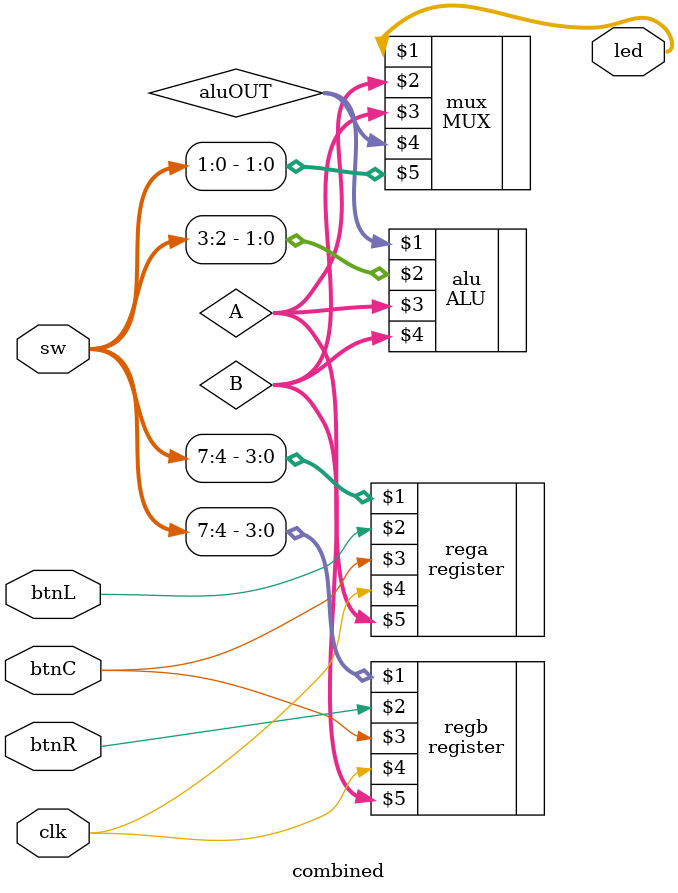
<source format=sv>
`timescale 1 ns/ 1ps

module combined(  
     output logic [3:0] led,     
     input logic [7:0] sw,     
     input logic btnL,// button 0 
     input logic btnC,
     input logic clk,
     input logic btnR
);

    wire [3:0] A;
    wire [3:0] B;
    wire [3:0] aluOUT;

    register rega(sw[7:4], btnL, btnC, clk, A);
    register regb(sw[7:4], btnR, btnC, clk, B);
    ALU alu(aluOUT, sw[3:2], A, B);
    MUX mux(led, A, B, aluOUT, sw[1:0]);

//    assign led = aluOUT;
 
endmodule
</source>
